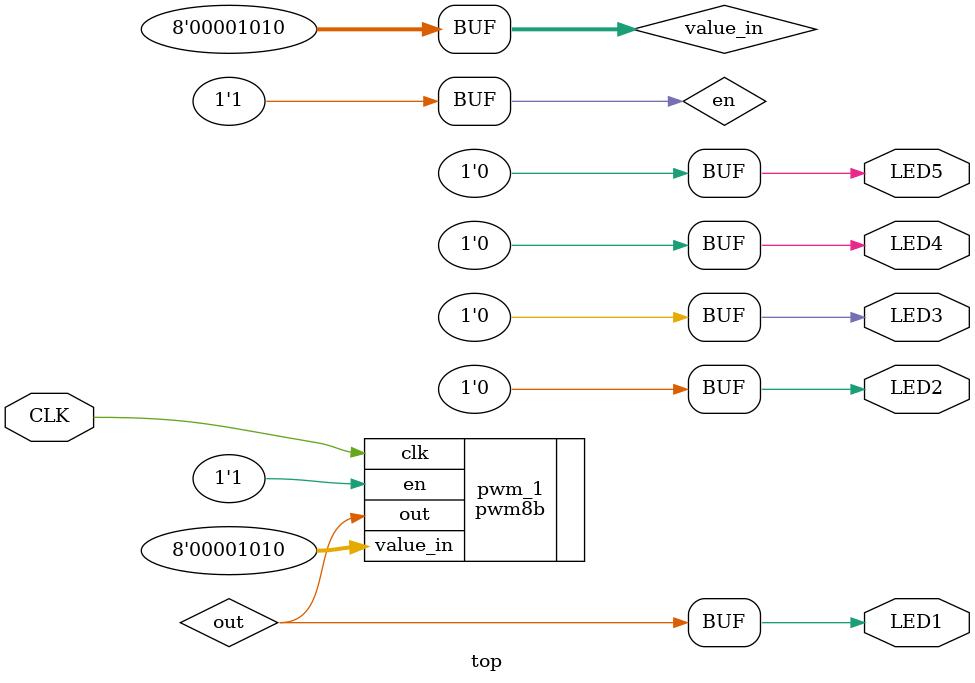
<source format=v>
`include "src/pwm8b.v"

module top
       (
           input CLK,
           output LED1,
           output LED2,
           output LED3,
           output LED4,
           output LED5
       );

reg en = 1;
reg [7:0] value_in = 8'd10;
wire out;

pwm8b pwm_1(
          .clk(CLK),
          .en(en),
          .value_in(value_in),
          .out(out)
      );

assign LED1 = out;
assign LED2 = 0;
assign LED3 = 0;
assign LED4 = 0;
assign LED5 = 0;
endmodule

</source>
